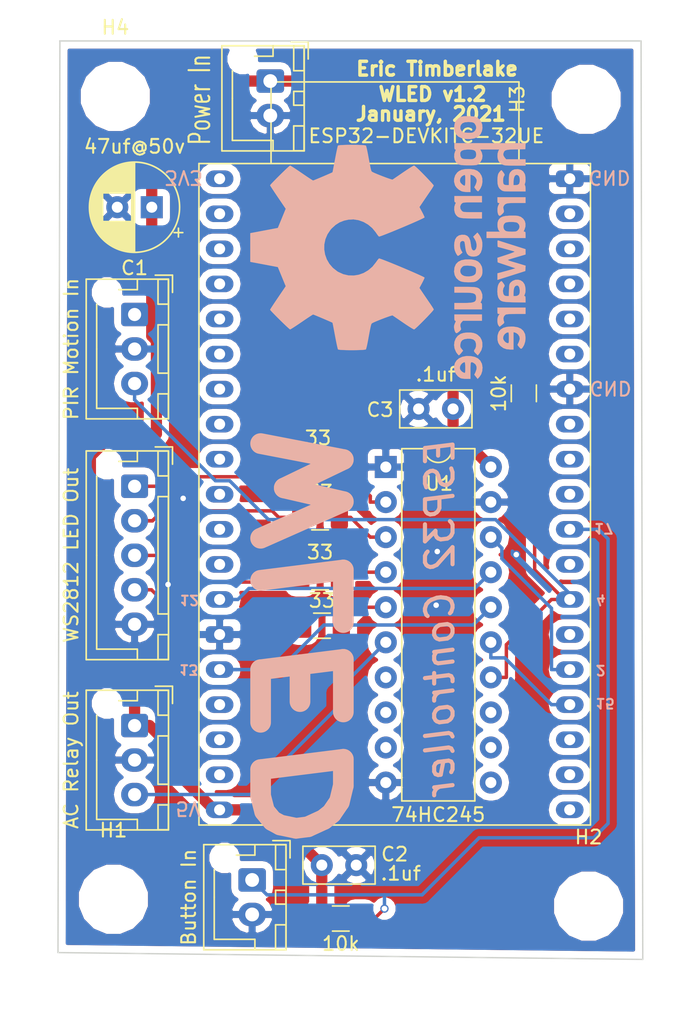
<source format=kicad_pcb>
(kicad_pcb (version 20171130) (host pcbnew "(5.0.2-5)-5")
  (title_block (date "sam. 04 avril 2015"))
  (layers (0 F.Cu signal) (31 B.Cu signal) (34 B.Paste user) (35 F.Paste user) (36 B.SilkS user) (37 F.SilkS user) (38 B.Mask user) (39 F.Mask user) (44 Edge.Cuts user))
  (net 0 "")
  (net 1 GND)
  (net 2 +5V)
  (net 3 /GPIO2b)
  (net 4 /GPIO12b)
  (net 5 /GPIO13b)
  (net 6 /GPIO15b)
  (net 7 "Net-(U1-Pad11)")
  (net 8 "Net-(U1-Pad12)")
  (net 9 "Net-(U1-Pad13)")
  (net 10 /GPIO15)
  (net 11 /GPIO13)
  (net 12 "Net-(U1-Pad7)")
  (net 13 /GPIO12)
  (net 14 "Net-(U1-Pad8)")
  (net 15 /GPIO2)
  (net 16 "Net-(U1-Pad9)")
  (net 17 /GPIO4)
  (net 18 /GPIO4b)
  (net 19 "Net-(U2-Pad1)")
  (net 20 "Net-(U2-Pad2)")
  (net 21 "Net-(U2-Pad3)")
  (net 22 "Net-(U2-Pad4)")
  (net 23 "Net-(U2-Pad5)")
  (net 24 "Net-(U2-Pad6)")
  (net 25 "Net-(U2-Pad7)")
  (net 26 "Net-(U2-Pad8)")
  (net 27 "Net-(U2-Pad9)")
  (net 28 "Net-(U2-Pad10)")
  (net 29 "Net-(U2-Pad11)")
  (net 30 "Net-(U2-Pad12)")
  (net 31 "Net-(U2-Pad16)")
  (net 32 "Net-(U2-Pad17)")
  (net 33 "Net-(U2-Pad18)")
  (net 34 "Net-(U2-Pad20)")
  (net 35 "Net-(U2-Pad21)")
  (net 36 "Net-(U2-Pad22)")
  (net 37 "Net-(U2-Pad25)")
  (net 38 "Net-(U2-Pad29)")
  (net 39 "Net-(U2-Pad30)")
  (net 40 "Net-(U2-Pad31)")
  (net 41 "Net-(U2-Pad33)")
  (net 42 "Net-(U2-Pad34)")
  (net 43 "Net-(U2-Pad35)")
  (net 44 "Net-(U2-Pad36)")
  (net 45 "Net-(U2-Pad37)")
  (net 46 "Net-(J4-Pad1)")
  (net 47 "Net-(J4-Pad2)")
  (net 48 "Net-(J4-Pad3)")
  (net 49 "Net-(J4-Pad4)")
  (net 50 /GPIO17)
  (net 51 "Net-(U2-Pad27)")
  (module Connector_JST:JST_XH_B02B-XH-AM_1x02_P2.50mm_Vertical (layer F.Cu) (at 158.054 120.134 270)
    (fp_text reference J6 hide)
    (fp_text value "Button In" (at 1.25 4.6 270) (layer F.SilkS))
    (pad 1 thru_hole roundrect (at 0 0 270) (size 1.7 2) (drill 1) (layers *.Cu *.Mask) (roundrect_rratio 0.147059) (net 50 /GPIO17))
    (pad 2 thru_hole oval (at 2.5 0 270) (size 1.7 2) (drill 1) (layers *.Cu *.Mask) (net 1 GND))
    (pad "" np_thru_hole circle (at -1.6 2 270) (size 1.2 1.2) (drill 1.2) (layers *.Cu *.Mask))
  )
  (module Resistor_SMD:R_1206_3216Metric (layer F.Cu) (at 164.485 122.928)
    (fp_text reference R6 hide)
    (fp_text value 10k (at 0 1.82) (layer F.SilkS))
    (pad 2 smd roundrect (at 1.4 0) (size 1.25 1.75) (layers F.Cu F.Paste F.Mask) (roundrect_rratio 0.2) (net 50 /GPIO17))
    (pad 1 smd roundrect (at -1.4 0) (size 1.25 1.75) (layers F.Cu F.Paste F.Mask) (roundrect_rratio 0.2) (net 2 +5V))
  )
  (module Capacitor_THT:CP_Radial_D6.3mm_P2.50mm (layer F.Cu) (at 150.772 71.3969 180)
    (fp_text reference C1 (at 1.25 -4.4 180) (layer F.SilkS))
    (fp_text value 47uf@50v (at 1.25 4.4 180) (layer F.SilkS))
    (pad 1 thru_hole rect (at 0 0 180) (size 1.6 1.6) (drill 0.8) (layers *.Cu *.Mask) (net 2 +5V))
    (pad 2 thru_hole circle (at 2.5 0 180) (size 1.6 1.6) (drill 0.8) (layers *.Cu *.Mask) (net 1 GND))
  )
  (module Connector_JST:JST_XH_B03B-XH-AM_1x03_P2.50mm_Vertical (layer F.Cu) (at 149.527 108.948 270)
    (fp_text reference J3 hide)
    (fp_text value "AC Relay Out" (at 2.5 4.6 270) (layer F.SilkS))
    (pad 1 thru_hole roundrect (at 0 0 270) (size 1.7 1.95) (drill 0.95) (layers *.Cu *.Mask) (roundrect_rratio 0.147059) (net 2 +5V))
    (pad 2 thru_hole oval (at 2.5 0 270) (size 1.7 1.95) (drill 0.95) (layers *.Cu *.Mask) (net 1 GND))
    (pad 3 thru_hole oval (at 5 0 270) (size 1.7 1.95) (drill 0.95) (layers *.Cu *.Mask) (net 18 /GPIO4b))
    (pad "" np_thru_hole circle (at -1.6 2 270) (size 1.2 1.2) (drill 1.2) (layers *.Cu *.Mask))
  )
  (module Connector_JST:JST_XH_B05B-XH-AM_1x05_P2.50mm_Vertical (layer F.Cu) (at 149.527 91.6127 270)
    (fp_text reference J4 hide)
    (fp_text value "WS2812 LED Out" (at 5 4.6 270) (layer F.SilkS))
    (pad 1 thru_hole roundrect (at 0 0 270) (size 1.7 1.95) (drill 0.95) (layers *.Cu *.Mask) (roundrect_rratio 0.147059) (net 46 "Net-(J4-Pad1)"))
    (pad 2 thru_hole oval (at 2.5 0 270) (size 1.7 1.95) (drill 0.95) (layers *.Cu *.Mask) (net 47 "Net-(J4-Pad2)"))
    (pad 3 thru_hole oval (at 5 0 270) (size 1.7 1.95) (drill 0.95) (layers *.Cu *.Mask) (net 48 "Net-(J4-Pad3)"))
    (pad 4 thru_hole oval (at 7.5 0 270) (size 1.7 1.95) (drill 0.95) (layers *.Cu *.Mask) (net 49 "Net-(J4-Pad4)"))
    (pad 5 thru_hole oval (at 10 0 270) (size 1.7 1.95) (drill 0.95) (layers *.Cu *.Mask) (net 1 GND))
    (pad "" np_thru_hole circle (at -1.6 2 270) (size 1.2 1.2) (drill 1.2) (layers *.Cu *.Mask))
  )
  (module Capacitor_THT:C_Disc_D5.0mm_W2.5mm_P2.50mm (layer F.Cu) (at 163.106 119.06)
    (fp_text reference C2 (at 5.2833 -0.78998) (layer F.SilkS))
    (fp_text value .1uf (at 5.73288 0.5994) (layer F.SilkS))
    (pad 1 thru_hole circle (at 0 0) (size 1.6 1.6) (drill 0.8) (layers *.Cu *.Mask) (net 2 +5V))
    (pad 2 thru_hole circle (at 2.5 0) (size 1.6 1.6) (drill 0.8) (layers *.Cu *.Mask) (net 1 GND))
  )
  (module Espressif:ESP32-DevKitC (layer F.Cu) (at 155.691 69.3309)
    (fp_text reference ESP32-DEVKITC-32UE (at 15 -3.09728) (layer F.SilkS))
    (fp_text value ESP32-DevKitC hide)
    (fp_text user 15 (at 28.74094 38.00188 180 unlocked) (layer B.SilkS) (effects (font (size 0.7 0.7)) (justify right mirror)))
    (fp_text user 17 (at 28.6368 25.32982 180 unlocked) (layer B.SilkS) (effects (font (size 0.7 0.7)) (justify right mirror)))
    (fp_text user GND (at 29.98808 15.16982 180 unlocked) (layer B.SilkS) (effects (justify right mirror)))
    (fp_text user 4 (at 28.078 30.49618 180 unlocked) (layer B.SilkS) (effects (font (size 0.7 0.7)) (justify right mirror)))
    (fp_text user 3V3 (at -4.07586 -0.0905 180 unlocked) (layer B.SilkS) (effects (justify left mirror)))
    (fp_text user 2 (at 28.078 35.60412 180 unlocked) (layer B.SilkS) (effects (font (size 0.7 0.7)) (justify right mirror)))
    (fp_text user 13 (at -2.98874 35.56348 180 unlocked) (layer B.SilkS) (effects (font (size 0.7 0.7)) (justify left mirror)))
    (fp_text user 12 (at -2.9481 30.52412 180 unlocked) (layer B.SilkS) (effects (font (size 0.7 0.7)) (justify left mirror)))
    (fp_text user 5V (at -3.28846 45.62696 180 unlocked) (layer B.SilkS) (effects (justify left mirror)))
    (fp_text user GND (at 29.9068 -0.09304 180 unlocked) (layer B.SilkS) (effects (justify right mirror)))
    (pad 1 thru_hole oval (at 0.00368 0.00272 270) (size 1.2 2) (drill 0.8) (layers *.Cu *.Mask) (net 19 "Net-(U2-Pad1)"))
    (pad 2 thru_hole oval (at 0.00368 2.54272 270) (size 1.2 2) (drill 0.8) (layers *.Cu *.Mask) (net 20 "Net-(U2-Pad2)"))
    (pad 3 thru_hole oval (at 0.00368 5.08272 270) (size 1.2 2) (drill 0.8) (layers *.Cu *.Mask) (net 21 "Net-(U2-Pad3)"))
    (pad 4 thru_hole oval (at 0.00368 7.62272 270) (size 1.2 2) (drill 0.8) (layers *.Cu *.Mask) (net 22 "Net-(U2-Pad4)"))
    (pad 5 thru_hole oval (at 0.00368 10.16272 270) (size 1.2 2) (drill 0.8) (layers *.Cu *.Mask) (net 23 "Net-(U2-Pad5)"))
    (pad 6 thru_hole oval (at 0.00368 12.70272 270) (size 1.2 2) (drill 0.8) (layers *.Cu *.Mask) (net 24 "Net-(U2-Pad6)"))
    (pad 7 thru_hole oval (at 0.00368 15.24272 270) (size 1.2 2) (drill 0.8) (layers *.Cu *.Mask) (net 25 "Net-(U2-Pad7)"))
    (pad 8 thru_hole oval (at 0.00368 17.78272 270) (size 1.2 2) (drill 0.8) (layers *.Cu *.Mask) (net 26 "Net-(U2-Pad8)"))
    (pad 9 thru_hole oval (at 0.00368 20.32272 270) (size 1.2 2) (drill 0.8) (layers *.Cu *.Mask) (net 27 "Net-(U2-Pad9)"))
    (pad 10 thru_hole oval (at 0.00368 22.86272 270) (size 1.2 2) (drill 0.8) (layers *.Cu *.Mask) (net 28 "Net-(U2-Pad10)"))
    (pad 11 thru_hole oval (at 0.00368 25.40272 270) (size 1.2 2) (drill 0.8) (layers *.Cu *.Mask) (net 29 "Net-(U2-Pad11)"))
    (pad 12 thru_hole oval (at 0.00368 27.94272 270) (size 1.2 2) (drill 0.8) (layers *.Cu *.Mask) (net 30 "Net-(U2-Pad12)"))
    (pad 13 thru_hole oval (at 0.00368 30.48272 270) (size 1.2 2) (drill 0.8) (layers *.Cu *.Mask) (net 13 /GPIO12))
    (pad 14 thru_hole roundrect (at 0.00368 33.02272 270) (size 1.2 2) (drill 0.8) (layers *.Cu *.Mask) (net 1 GND))
    (pad 15 thru_hole oval (at 0.00368 35.56272 270) (size 1.2 2) (drill 0.8) (layers *.Cu *.Mask) (net 11 /GPIO13))
    (pad 16 thru_hole oval (at 0.00368 38.10272 270) (size 1.2 2) (drill 0.8) (layers *.Cu *.Mask) (net 31 "Net-(U2-Pad16)"))
    (pad 17 thru_hole oval (at 0.00368 40.64272 270) (size 1.2 2) (drill 0.8) (layers *.Cu *.Mask) (net 32 "Net-(U2-Pad17)"))
    (pad 18 thru_hole oval (at 0.00368 43.18272 270) (size 1.2 2) (drill 0.8) (layers *.Cu *.Mask) (net 33 "Net-(U2-Pad18)"))
    (pad 19 thru_hole oval (at 0.00368 45.72272 270) (size 1.2 2) (drill 0.8) (layers *.Cu *.Mask) (net 2 +5V))
    (pad 20 thru_hole oval (at 25.4 45.72 270) (size 1.2 2) (drill 0.8) (layers *.Cu *.Mask) (net 34 "Net-(U2-Pad20)"))
    (pad 21 thru_hole oval (at 25.4 43.18 270) (size 1.2 2) (drill 0.8) (layers *.Cu *.Mask) (net 35 "Net-(U2-Pad21)"))
    (pad 22 thru_hole oval (at 25.40368 40.64272 270) (size 1.2 2) (drill 0.8) (layers *.Cu *.Mask) (net 36 "Net-(U2-Pad22)"))
    (pad 23 thru_hole oval (at 25.40368 38.10272 270) (size 1.2 2) (drill 0.8) (layers *.Cu *.Mask) (net 10 /GPIO15))
    (pad 24 thru_hole oval (at 25.40368 35.56272 270) (size 1.2 2) (drill 0.8) (layers *.Cu *.Mask) (net 15 /GPIO2))
    (pad 25 thru_hole oval (at 25.40368 33.02272 270) (size 1.2 2) (drill 0.8) (layers *.Cu *.Mask) (net 37 "Net-(U2-Pad25)"))
    (pad 26 thru_hole oval (at 25.40368 30.48272 270) (size 1.2 2) (drill 0.8) (layers *.Cu *.Mask) (net 17 /GPIO4))
    (pad 27 thru_hole oval (at 25.40368 27.94272 270) (size 1.2 2) (drill 0.8) (layers *.Cu *.Mask) (net 51 "Net-(U2-Pad27)"))
    (pad 28 thru_hole oval (at 25.40368 25.40272 270) (size 1.2 2) (drill 0.8) (layers *.Cu *.Mask) (net 50 /GPIO17))
    (pad 29 thru_hole oval (at 25.40368 22.86272 270) (size 1.2 2) (drill 0.8) (layers *.Cu *.Mask) (net 38 "Net-(U2-Pad29)"))
    (pad 30 thru_hole oval (at 25.40368 20.32272 270) (size 1.2 2) (drill 0.8) (layers *.Cu *.Mask) (net 39 "Net-(U2-Pad30)"))
    (pad 31 thru_hole oval (at 25.40368 17.78272 270) (size 1.2 2) (drill 0.8) (layers *.Cu *.Mask) (net 40 "Net-(U2-Pad31)"))
    (pad 32 thru_hole oval (at 25.40368 15.24272 270) (size 1.2 2) (drill 0.8) (layers *.Cu *.Mask) (net 1 GND))
    (pad 33 thru_hole oval (at 25.40368 12.70272 270) (size 1.2 2) (drill 0.8) (layers *.Cu *.Mask) (net 41 "Net-(U2-Pad33)"))
    (pad 34 thru_hole oval (at 25.40368 10.16272 270) (size 1.2 2) (drill 0.8) (layers *.Cu *.Mask) (net 42 "Net-(U2-Pad34)"))
    (pad 35 thru_hole oval (at 25.40368 7.62272 270) (size 1.2 2) (drill 0.8) (layers *.Cu *.Mask) (net 43 "Net-(U2-Pad35)"))
    (pad 36 thru_hole oval (at 25.40368 5.08272 270) (size 1.2 2) (drill 0.8) (layers *.Cu *.Mask) (net 44 "Net-(U2-Pad36)"))
    (pad 37 thru_hole oval (at 25.40368 2.54272 270) (size 1.2 2) (drill 0.8) (layers *.Cu *.Mask) (net 45 "Net-(U2-Pad37)"))
    (pad 38 thru_hole roundrect (at 25.40368 0.00272 270) (size 1.2 2) (drill 0.8) (layers *.Cu *.Mask) (net 1 GND))
  )
  (module Resistor_SMD:R_1206_3216Metric (layer F.Cu) (at 177.7619 84.87918 270)
    (fp_text reference R5 hide)
    (fp_text value 10k (at 0 1.82 270) (layer F.SilkS))
    (pad 2 smd roundrect (at 1.4 0 270) (size 1.25 1.75) (layers F.Cu F.Paste F.Mask) (roundrect_rratio 0.2) (net 17 /GPIO4))
    (pad 1 smd roundrect (at -1.4 0 270) (size 1.25 1.75) (layers F.Cu F.Paste F.Mask) (roundrect_rratio 0.2) (net 2 +5V))
  )
  (module Capacitor_THT:C_Disc_D5.0mm_W2.5mm_P2.50mm (layer F.Cu) (at 172.629 86.0095 180)
    (fp_text reference C3 (at 5.29634 -0.06094 180) (layer F.SilkS))
    (fp_text value .1uf (at 1.25 2.5 180) (layer F.SilkS))
    (pad 2 thru_hole circle (at 2.5 0 180) (size 1.6 1.6) (drill 0.8) (layers *.Cu *.Mask) (net 1 GND))
    (pad 1 thru_hole circle (at 0 0 180) (size 1.6 1.6) (drill 0.8) (layers *.Cu *.Mask) (net 2 +5V))
  )
  (module MountingHole:MountingHole_4mm (layer F.Cu) (at 147.991 121.531)
    (fp_text reference H1 (at 0 -5) (layer F.SilkS))
    (fp_text value MountingHole hide)
    (pad 1 np_thru_hole circle (at 0 0) (size 4 4) (drill 4) (layers *.Cu *.Mask))
  )
  (module MountingHole:MountingHole_4mm (layer F.Cu) (at 182.458 122.029)
    (fp_text reference H2 (at 0 -5) (layer F.SilkS))
    (fp_text value MountingHole hide)
    (pad 1 np_thru_hole circle (at 0 0) (size 4 4) (drill 4) (layers *.Cu *.Mask))
  )
  (module MountingHole:MountingHole_4mm (layer F.Cu) (at 182.283 63.5787 90)
    (fp_text reference H3 (at 0 -5 90) (layer F.SilkS))
    (fp_text value MountingHole hide)
    (pad 1 np_thru_hole circle (at 0 0 90) (size 4 4) (drill 4) (layers *.Cu *.Mask))
  )
  (module MountingHole:MountingHole_4mm (layer F.Cu) (at 148.13 63.3705)
    (fp_text reference H4 (at 0 -5) (layer F.SilkS))
    (fp_text value MountingHole hide)
    (pad 1 np_thru_hole circle (at 0 0) (size 4 4) (drill 4) (layers *.Cu *.Mask))
  )
  (module Connector_JST:JST_XH_B02B-XH-AM_1x02_P2.50mm_Vertical (layer F.Cu) (at 159.37 62.2579 270)
    (fp_text reference J1 hide)
    (fp_text value "Power In" (at 1.35132 5.1158 270) (layer F.SilkS) (effects (font (size 1.5 1))))
    (pad 1 thru_hole roundrect (at 0 0 270) (size 1.7 2) (drill 1) (layers *.Cu *.Mask) (roundrect_rratio 0.147059) (net 2 +5V))
    (pad 2 thru_hole oval (at 2.5 0 270) (size 1.7 2) (drill 1) (layers *.Cu *.Mask) (net 1 GND))
    (pad "" np_thru_hole circle (at -1.6 2 270) (size 1.2 1.2) (drill 1.2) (layers *.Cu *.Mask))
  )
  (module Connector_JST:JST_XH_B03B-XH-AM_1x03_P2.50mm_Vertical (layer F.Cu) (at 149.527 79.1693 270)
    (fp_text reference J2 hide)
    (fp_text value "PIR Motion In" (at 2.5 4.6 270) (layer F.SilkS))
    (pad 1 thru_hole roundrect (at 0 0 270) (size 1.7 1.95) (drill 0.95) (layers *.Cu *.Mask) (roundrect_rratio 0.147059) (net 2 +5V))
    (pad 2 thru_hole oval (at 2.5 0 270) (size 1.7 1.95) (drill 0.95) (layers *.Cu *.Mask) (net 1 GND))
    (pad 3 thru_hole oval (at 5 0 270) (size 1.7 1.95) (drill 0.95) (layers *.Cu *.Mask) (net 17 /GPIO4))
    (pad "" np_thru_hole circle (at -1.6 2 270) (size 1.2 1.2) (drill 1.2) (layers *.Cu *.Mask))
  )
  (module Resistor_SMD:R_1206_3216Metric (layer F.Cu) (at 162.837 89.9363 180)
    (fp_text reference R1 hide)
    (fp_text value 33 (at 0 1.82 180) (layer F.SilkS))
    (pad 2 smd roundrect (at 1.4 0 180) (size 1.25 1.75) (layers F.Cu F.Paste F.Mask) (roundrect_rratio 0.2) (net 46 "Net-(J4-Pad1)"))
    (pad 1 smd roundrect (at -1.4 0 180) (size 1.25 1.75) (layers F.Cu F.Paste F.Mask) (roundrect_rratio 0.2) (net 3 /GPIO2b))
  )
  (module Resistor_SMD:R_1206_3216Metric (layer F.Cu) (at 162.982 93.8632 180)
    (fp_text reference R2 hide)
    (fp_text value 33 (at 0 1.82 180) (layer F.SilkS))
    (pad 1 smd roundrect (at -1.4 0 180) (size 1.25 1.75) (layers F.Cu F.Paste F.Mask) (roundrect_rratio 0.2) (net 4 /GPIO12b))
    (pad 2 smd roundrect (at 1.4 0 180) (size 1.25 1.75) (layers F.Cu F.Paste F.Mask) (roundrect_rratio 0.2) (net 47 "Net-(J4-Pad2)"))
  )
  (module Resistor_SMD:R_1206_3216Metric (layer F.Cu) (at 162.984 98.2091 180)
    (fp_text reference R3 hide)
    (fp_text value 33 (at 0 1.82 180) (layer F.SilkS))
    (pad 2 smd roundrect (at 1.4 0 180) (size 1.25 1.75) (layers F.Cu F.Paste F.Mask) (roundrect_rratio 0.2) (net 48 "Net-(J4-Pad3)"))
    (pad 1 smd roundrect (at -1.4 0 180) (size 1.25 1.75) (layers F.Cu F.Paste F.Mask) (roundrect_rratio 0.2) (net 5 /GPIO13b))
  )
  (module Resistor_SMD:R_1206_3216Metric (layer F.Cu) (at 163.121 101.714 180)
    (fp_text reference R4 hide)
    (fp_text value 33 (at 0 1.82 180) (layer F.SilkS))
    (pad 1 smd roundrect (at -1.4 0 180) (size 1.25 1.75) (layers F.Cu F.Paste F.Mask) (roundrect_rratio 0.2) (net 6 /GPIO15b))
    (pad 2 smd roundrect (at 1.4 0 180) (size 1.25 1.75) (layers F.Cu F.Paste F.Mask) (roundrect_rratio 0.2) (net 49 "Net-(J4-Pad4)"))
  )
  (module Package_DIP:DIP-20_W7.62mm (layer F.Cu) (at 167.749 90.2183)
    (fp_text reference U1 (at 3.87372 1.1963) (layer F.SilkS))
    (fp_text value 74HC245 (at 3.81 25.19) (layer F.SilkS))
    (pad 1 thru_hole rect (at 0 0) (size 1.6 1.6) (drill 0.8) (layers *.Cu *.Mask) (net 1 GND))
    (pad 11 thru_hole oval (at 7.62 22.86) (size 1.6 1.6) (drill 0.8) (layers *.Cu *.Mask) (net 7 "Net-(U1-Pad11)"))
    (pad 2 thru_hole oval (at 0 2.54) (size 1.6 1.6) (drill 0.8) (layers *.Cu *.Mask) (net 3 /GPIO2b))
    (pad 12 thru_hole oval (at 7.62 20.32) (size 1.6 1.6) (drill 0.8) (layers *.Cu *.Mask) (net 8 "Net-(U1-Pad12)"))
    (pad 3 thru_hole oval (at 0 5.08) (size 1.6 1.6) (drill 0.8) (layers *.Cu *.Mask) (net 4 /GPIO12b))
    (pad 13 thru_hole oval (at 7.62 17.78) (size 1.6 1.6) (drill 0.8) (layers *.Cu *.Mask) (net 9 "Net-(U1-Pad13)"))
    (pad 4 thru_hole oval (at 0 7.62) (size 1.6 1.6) (drill 0.8) (layers *.Cu *.Mask) (net 5 /GPIO13b))
    (pad 14 thru_hole oval (at 7.62 15.24) (size 1.6 1.6) (drill 0.8) (layers *.Cu *.Mask) (net 17 /GPIO4))
    (pad 5 thru_hole oval (at 0 10.16) (size 1.6 1.6) (drill 0.8) (layers *.Cu *.Mask) (net 6 /GPIO15b))
    (pad 15 thru_hole oval (at 7.62 12.7) (size 1.6 1.6) (drill 0.8) (layers *.Cu *.Mask) (net 10 /GPIO15))
    (pad 6 thru_hole oval (at 0 12.7) (size 1.6 1.6) (drill 0.8) (layers *.Cu *.Mask) (net 18 /GPIO4b))
    (pad 16 thru_hole oval (at 7.62 10.16) (size 1.6 1.6) (drill 0.8) (layers *.Cu *.Mask) (net 11 /GPIO13))
    (pad 7 thru_hole oval (at 0 15.24) (size 1.6 1.6) (drill 0.8) (layers *.Cu *.Mask) (net 12 "Net-(U1-Pad7)"))
    (pad 17 thru_hole oval (at 7.62 7.62) (size 1.6 1.6) (drill 0.8) (layers *.Cu *.Mask) (net 13 /GPIO12))
    (pad 8 thru_hole oval (at 0 17.78) (size 1.6 1.6) (drill 0.8) (layers *.Cu *.Mask) (net 14 "Net-(U1-Pad8)"))
    (pad 18 thru_hole oval (at 7.62 5.08) (size 1.6 1.6) (drill 0.8) (layers *.Cu *.Mask) (net 15 /GPIO2))
    (pad 9 thru_hole oval (at 0 20.32) (size 1.6 1.6) (drill 0.8) (layers *.Cu *.Mask) (net 16 "Net-(U1-Pad9)"))
    (pad 19 thru_hole oval (at 7.62 2.54) (size 1.6 1.6) (drill 0.8) (layers *.Cu *.Mask) (net 1 GND))
    (pad 10 thru_hole oval (at 0 22.86) (size 1.6 1.6) (drill 0.8) (layers *.Cu *.Mask) (net 1 GND))
    (pad 20 thru_hole oval (at 7.62 0) (size 1.6 1.6) (drill 0.8) (layers *.Cu *.Mask) (net 2 +5V))
  )
  (module Symbol:OSHW-Logo_19x20mm_SilkScreen (layer B.Cu) (at 167.894 74.295 270)
    (fp_text reference REF** hide)
    (fp_text value OSHW-Logo_19x20mm_SilkScreen hide)
  )
  (gr_text WLED (at 161.97072 102.09276 90) (layer B.SilkS) (effects (font (size 6 8) (thickness 1.5) italic) (justify mirror)))
  (gr_text "ESP32 Controller" (at 171.68114 101.08184 90) (layer B.SilkS) (effects (font (size 2 2) (thickness 0.3) italic) (justify mirror)))
  (gr_text "January, 2021" (at 171.01566 64.64554) (layer F.SilkS) (effects (font (size 1 1) (thickness 0.25))))
  (gr_text "WLED v1.2" (at 171.14266 63.21044) (layer F.SilkS) (effects (font (size 1 1) (thickness 0.25))))
  (gr_text "Eric Timberlake" (at 171.47032 61.37402) (layer F.SilkS) (effects (font (size 1 1) (thickness 0.25))))
  (gr_line (start 143.96974 125.39472) (end 144.10944 59.33948) (layer Edge.Cuts) (width 0.1))
  (gr_line (start 186.39028 125.89002) (end 143.96974 125.39472) (layer Edge.Cuts) (width 0.1))
  (gr_line (start 186.26582 59.35218) (end 186.39028 125.89002) (layer Edge.Cuts) (width 0.1))
  (gr_line (start 144.0942 59.35218) (end 186.26582 59.35218) (layer Edge.Cuts) (width 0.1))
  (via (at 151.95296 98.7298) (size 0.6) (drill 0.4) (layers F.Cu B.Cu) (net 1))
  (via (at 153.05024 92.48902) (size 0.6) (drill 0.4) (layers F.Cu B.Cu) (net 1))
  (via (at 171.48302 96.33966) (size 0.6) (drill 0.4) (layers F.Cu B.Cu) (net 1))
  (via (at 171.40174 100.2284) (size 0.6) (drill 0.4) (layers F.Cu B.Cu) (net 1))
  (via (at 177.21326 96.56318) (size 0.6) (drill 0.4) (layers F.Cu B.Cu) (net 1))
  (segment (start 150.8718 80.5141) (end 150.8718 88.0529) (width 0.25) (layer F.Cu) (net 2))
  (segment (start 148.2141 105.3439) (end 149.527 106.6568) (width 0.25) (layer F.Cu) (net 2))
  (segment (start 149.527 106.6568) (end 149.527 108.948) (width 0.25) (layer F.Cu) (net 2))
  (segment (start 155.6947 115.0536) (end 159.0996 115.0536) (width 0.25) (layer F.Cu) (net 2))
  (segment (start 159.0996 115.0536) (end 163.106 119.06) (width 0.25) (layer F.Cu) (net 2))
  (segment (start 172.629 86.353) (end 172.629 86.0095) (width 0.25) (layer B.Cu) (net 2))
  (segment (start 159.37 62.2579) (end 157.1346 62.2579) (width 0.8128) (layer F.Cu) (net 2))
  (segment (start 150.772 68.6205) (end 150.772 71.3969) (width 0.8128) (layer F.Cu) (net 2))
  (segment (start 157.1346 62.2579) (end 150.772 68.6205) (width 0.8128) (layer F.Cu) (net 2))
  (segment (start 150.772 71.3969) (end 150.772 79.07782) (width 0.8128) (layer F.Cu) (net 2))
  (segment (start 150.772 80.729626) (end 151.10841 81.066036) (width 0.8128) (layer F.Cu) (net 2))
  (segment (start 151.10841 81.066036) (end 151.10841 87.81629) (width 0.8128) (layer F.Cu) (net 2))
  (segment (start 146.320599 89.433627) (end 146.320599 103.684159) (width 0.8128) (layer F.Cu) (net 2))
  (segment (start 147.937936 87.81629) (end 146.320599 89.433627) (width 0.8128) (layer F.Cu) (net 2))
  (segment (start 151.10841 87.81629) (end 147.937936 87.81629) (width 0.8128) (layer F.Cu) (net 2))
  (segment (start 149.527 106.89056) (end 149.527 108.948) (width 0.8128) (layer F.Cu) (net 2))
  (segment (start 146.320599 103.684159) (end 149.527 106.89056) (width 0.8128) (layer F.Cu) (net 2))
  (segment (start 150.602 108.948) (end 152.0424 110.3884) (width 0.8128) (layer F.Cu) (net 2))
  (segment (start 149.527 108.948) (end 150.602 108.948) (width 0.8128) (layer F.Cu) (net 2))
  (segment (start 155.29468 115.05362) (end 155.69468 115.05362) (width 0.8128) (layer F.Cu) (net 2))
  (segment (start 152.0424 111.80134) (end 155.29468 115.05362) (width 0.8128) (layer F.Cu) (net 2))
  (segment (start 152.0424 110.3884) (end 152.0424 111.80134) (width 0.8128) (layer F.Cu) (net 2))
  (segment (start 159.09962 115.05362) (end 163.106 119.06) (width 0.8128) (layer F.Cu) (net 2))
  (segment (start 155.69468 115.05362) (end 159.09962 115.05362) (width 0.8128) (layer F.Cu) (net 2))
  (segment (start 163.106 122.907) (end 163.085 122.928) (width 0.8128) (layer F.Cu) (net 2))
  (segment (start 163.106 119.06) (end 163.106 122.907) (width 0.8128) (layer F.Cu) (net 2))
  (segment (start 172.629 83.044) (end 174.012 81.661) (width 0.8128) (layer F.Cu) (net 2))
  (segment (start 172.629 86.0095) (end 172.629 83.044) (width 0.8128) (layer F.Cu) (net 2))
  (segment (start 164.52084 62.2579) (end 159.37 62.2579) (width 0.8128) (layer F.Cu) (net 2))
  (segment (start 166.49954 73.17354) (end 166.49954 64.2366) (width 0.8128) (layer F.Cu) (net 2))
  (segment (start 166.49954 64.2366) (end 164.52084 62.2579) (width 0.8128) (layer F.Cu) (net 2))
  (segment (start 174.012 80.686) (end 166.49954 73.17354) (width 0.8128) (layer F.Cu) (net 2))
  (segment (start 172.629 87.4783) (end 175.369 90.2183) (width 0.8128) (layer F.Cu) (net 2))
  (segment (start 172.629 86.0095) (end 172.629 87.4783) (width 0.8128) (layer F.Cu) (net 2))
  (segment (start 150.68052 79.1693) (end 150.772 79.07782) (width 0.8128) (layer F.Cu) (net 2))
  (segment (start 149.527 79.1693) (end 150.68052 79.1693) (width 0.8128) (layer F.Cu) (net 2))
  (segment (start 150.772 79.07782) (end 150.772 80.729626) (width 0.8128) (layer F.Cu) (net 2))
  (segment (start 174.3642 81.05648) (end 174.012 81.05648) (width 0.8128) (layer F.Cu) (net 2))
  (segment (start 176.7869 83.47918) (end 174.3642 81.05648) (width 0.8128) (layer F.Cu) (net 2))
  (segment (start 177.7619 83.47918) (end 176.7869 83.47918) (width 0.8128) (layer F.Cu) (net 2))
  (segment (start 174.012 81.05648) (end 174.012 80.686) (width 0.8128) (layer F.Cu) (net 2))
  (segment (start 174.012 81.661) (end 174.012 81.05648) (width 0.8128) (layer F.Cu) (net 2))
  (segment (start 167.749 92.7583) (end 166.6237 92.7583) (width 0.25) (layer F.Cu) (net 3))
  (segment (start 166.6237 92.7583) (end 166.6237 92.323) (width 0.25) (layer F.Cu) (net 3))
  (segment (start 166.6237 92.323) (end 164.237 89.9363) (width 0.25) (layer F.Cu) (net 3))
  (segment (start 167.749 95.2983) (end 166.6237 95.2983) (width 0.25) (layer F.Cu) (net 4))
  (segment (start 166.6237 95.2983) (end 165.1886 93.8632) (width 0.25) (layer F.Cu) (net 4))
  (segment (start 165.1886 93.8632) (end 164.382 93.8632) (width 0.25) (layer F.Cu) (net 4))
  (segment (start 167.749 97.8383) (end 164.7548 97.8383) (width 0.25) (layer F.Cu) (net 5))
  (segment (start 164.7548 97.8383) (end 164.384 98.2091) (width 0.25) (layer F.Cu) (net 5))
  (segment (start 167.749 100.3783) (end 165.8567 100.3783) (width 0.25) (layer F.Cu) (net 6))
  (segment (start 165.8567 100.3783) (end 164.521 101.714) (width 0.25) (layer F.Cu) (net 6))
  (segment (start 175.369 102.9183) (end 175.369 104.0436) (width 0.25) (layer B.Cu) (net 10))
  (segment (start 181.0947 107.4336) (end 179.7694 107.4336) (width 0.25) (layer B.Cu) (net 10))
  (segment (start 175.369 104.0436) (end 176.3794 104.0436) (width 0.25) (layer B.Cu) (net 10))
  (segment (start 176.3794 104.0436) (end 179.7694 107.4336) (width 0.25) (layer B.Cu) (net 10))
  (segment (start 156.94468 104.89362) (end 156.949 104.8893) (width 0.25) (layer B.Cu) (net 11))
  (segment (start 155.69468 104.89362) (end 156.94468 104.89362) (width 0.25) (layer B.Cu) (net 11))
  (segment (start 160.02838 104.89362) (end 155.69468 104.89362) (width 0.25) (layer B.Cu) (net 11))
  (segment (start 163.2585 101.6635) (end 160.02838 104.89362) (width 0.25) (layer B.Cu) (net 11))
  (segment (start 174.0838 101.6635) (end 163.2585 101.6635) (width 0.25) (layer B.Cu) (net 11))
  (segment (start 175.369 100.3783) (end 174.0838 101.6635) (width 0.25) (layer B.Cu) (net 11))
  (segment (start 174.1921 99.0152) (end 175.369 97.8383) (width 0.25) (layer B.Cu) (net 13))
  (segment (start 157.8184 99.0152) (end 174.1921 99.0152) (width 0.25) (layer B.Cu) (net 13))
  (segment (start 157.02 99.8136) (end 157.8184 99.0152) (width 0.25) (layer B.Cu) (net 13))
  (segment (start 155.6947 99.8136) (end 157.02 99.8136) (width 0.25) (layer B.Cu) (net 13))
  (segment (start 181.0947 104.8936) (end 179.7694 104.8936) (width 0.25) (layer B.Cu) (net 15))
  (segment (start 176.168999 96.098299) (end 176.168999 96.856481) (width 0.25) (layer B.Cu) (net 15))
  (segment (start 175.369 95.2983) (end 176.168999 96.098299) (width 0.25) (layer B.Cu) (net 15))
  (segment (start 179.7694 100.456882) (end 179.7694 100.79482) (width 0.25) (layer B.Cu) (net 15))
  (segment (start 179.7694 100.79482) (end 179.7694 104.8936) (width 0.25) (layer B.Cu) (net 15))
  (segment (start 176.168999 96.856481) (end 179.7694 100.456882) (width 0.25) (layer B.Cu) (net 15))
  (segment (start 179.7694 100.5426) (end 179.7694 100.79482) (width 0.25) (layer B.Cu) (net 15))
  (segment (start 149.527 84.1693) (end 149.527 85.3446) (width 0.25) (layer B.Cu) (net 17))
  (segment (start 149.527 85.3446) (end 155.3945 91.2121) (width 0.25) (layer B.Cu) (net 17))
  (segment (start 155.3945 91.2121) (end 156.4219 91.2121) (width 0.25) (layer B.Cu) (net 17))
  (segment (start 156.4219 91.2121) (end 159.2381 94.0283) (width 0.25) (layer B.Cu) (net 17))
  (segment (start 159.2381 94.0283) (end 175.7191 94.0283) (width 0.25) (layer B.Cu) (net 17))
  (segment (start 175.7191 94.0283) (end 181.0947 99.4039) (width 0.25) (layer B.Cu) (net 17))
  (segment (start 181.0947 99.4039) (end 181.0947 99.8136) (width 0.25) (layer B.Cu) (net 17))
  (segment (start 181.0947 99.8136) (end 179.7694 99.8136) (width 0.25) (layer F.Cu) (net 17))
  (segment (start 175.369 105.4583) (end 176.4943 105.4583) (width 0.25) (layer F.Cu) (net 17))
  (segment (start 176.4943 105.4583) (end 176.4943 103.0887) (width 0.25) (layer F.Cu) (net 17))
  (segment (start 176.4943 103.0887) (end 179.7694 99.8136) (width 0.25) (layer F.Cu) (net 17))
  (segment (start 177.7619 87.00418) (end 178.54676 87.78904) (width 0.25) (layer F.Cu) (net 17))
  (segment (start 177.7619 86.27918) (end 177.7619 87.00418) (width 0.25) (layer F.Cu) (net 17))
  (segment (start 180.69468 99.81362) (end 181.09468 99.81362) (width 0.25) (layer F.Cu) (net 17))
  (segment (start 178.54676 97.6657) (end 180.69468 99.81362) (width 0.25) (layer F.Cu) (net 17))
  (segment (start 178.54676 87.78904) (end 178.54676 97.6657) (width 0.25) (layer F.Cu) (net 17))
  (segment (start 151.43698 113.948) (end 149.527 113.948) (width 0.25) (layer B.Cu) (net 18))
  (segment (start 164.07384 106.59346) (end 167.749 102.9183) (width 0.25) (layer B.Cu) (net 18))
  (segment (start 164.07384 107.80014) (end 164.07384 106.59346) (width 0.25) (layer B.Cu) (net 18))
  (segment (start 157.92958 113.9444) (end 164.07384 107.80014) (width 0.25) (layer B.Cu) (net 18))
  (segment (start 151.2196 113.9444) (end 157.92958 113.9444) (width 0.25) (layer B.Cu) (net 18))
  (segment (start 160.4497 90.9236) (end 161.437 89.9363) (width 0.25) (layer F.Cu) (net 46))
  (segment (start 153.23132 90.9236) (end 160.4497 90.9236) (width 0.25) (layer F.Cu) (net 46))
  (segment (start 152.54222 91.6127) (end 153.23132 90.9236) (width 0.25) (layer F.Cu) (net 46))
  (segment (start 149.527 91.6127) (end 152.54222 91.6127) (width 0.25) (layer F.Cu) (net 46))
  (segment (start 149.527 94.1127) (end 150.8273 94.1127) (width 0.25) (layer F.Cu) (net 47))
  (segment (start 161.582 93.8632) (end 161.4821 93.7633) (width 0.25) (layer F.Cu) (net 47))
  (segment (start 151.1767 93.7633) (end 150.8273 94.1127) (width 0.25) (layer F.Cu) (net 47))
  (segment (start 150.8138 94.1127) (end 149.527 94.1127) (width 0.25) (layer F.Cu) (net 47))
  (segment (start 151.53324 93.39326) (end 150.8138 94.1127) (width 0.25) (layer F.Cu) (net 47))
  (segment (start 159.97432 93.8632) (end 159.50438 93.39326) (width 0.25) (layer F.Cu) (net 47))
  (segment (start 161.582 93.8632) (end 159.97432 93.8632) (width 0.25) (layer F.Cu) (net 47))
  (segment (start 159.50438 93.39326) (end 151.53324 93.39326) (width 0.25) (layer F.Cu) (net 47))
  (segment (start 149.652 96.6127) (end 149.6609 96.6216) (width 0.25) (layer F.Cu) (net 48))
  (segment (start 149.527 96.6127) (end 149.652 96.6127) (width 0.25) (layer F.Cu) (net 48))
  (segment (start 151.68372 96.6216) (end 153.61412 98.552) (width 0.25) (layer F.Cu) (net 48))
  (segment (start 149.6609 96.6216) (end 151.68372 96.6216) (width 0.25) (layer F.Cu) (net 48))
  (segment (start 160.859 98.2091) (end 160.5161 98.552) (width 0.25) (layer F.Cu) (net 48))
  (segment (start 161.584 98.2091) (end 160.859 98.2091) (width 0.25) (layer F.Cu) (net 48))
  (segment (start 160.5161 98.552) (end 159.45866 98.552) (width 0.25) (layer F.Cu) (net 48))
  (segment (start 159.45866 98.552) (end 161.88436 98.552) (width 0.25) (layer F.Cu) (net 48))
  (segment (start 153.61412 98.552) (end 159.45866 98.552) (width 0.25) (layer F.Cu) (net 48))
  (segment (start 150.752 99.1127) (end 151.86516 100.22586) (width 0.25) (layer F.Cu) (net 49))
  (segment (start 149.527 99.1127) (end 150.752 99.1127) (width 0.25) (layer F.Cu) (net 49))
  (segment (start 151.9428 100.22586) (end 152.81402 101.09708) (width 0.25) (layer F.Cu) (net 49))
  (segment (start 151.86516 100.22586) (end 151.9428 100.22586) (width 0.25) (layer F.Cu) (net 49))
  (segment (start 160.37908 101.09708) (end 152.81402 101.09708) (width 0.25) (layer F.Cu) (net 49))
  (segment (start 160.996 101.714) (end 160.37908 101.09708) (width 0.25) (layer F.Cu) (net 49))
  (segment (start 161.721 101.714) (end 160.996 101.714) (width 0.25) (layer F.Cu) (net 49))
  (segment (start 181.09468 94.73362) (end 183.17896 94.73362) (width 0.25) (layer B.Cu) (net 50))
  (segment (start 183.17896 94.73362) (end 183.87314 95.4278) (width 0.25) (layer B.Cu) (net 50))
  (segment (start 183.87314 95.4278) (end 183.87314 116.03736) (width 0.25) (layer B.Cu) (net 50))
  (segment (start 183.87314 116.03736) (end 182.83174 117.07876) (width 0.25) (layer B.Cu) (net 50))
  (segment (start 182.83174 117.07876) (end 174.51832 117.07876) (width 0.25) (layer B.Cu) (net 50))
  (segment (start 174.51832 117.07876) (end 170.38574 121.21134) (width 0.25) (layer B.Cu) (net 50))
  (segment (start 159.13134 121.21134) (end 158.054 120.134) (width 0.25) (layer B.Cu) (net 50))
  (segment (start 170.38574 121.21134) (end 167.6527 121.21134) (width 0.25) (layer B.Cu) (net 50))
  (segment (start 167.6527 121.21134) (end 167.6527 122.20956) (width 0.25) (layer B.Cu) (net 50))
  (segment (start 167.6527 121.21134) (end 159.13134 121.21134) (width 0.25) (layer B.Cu) (net 50))
  (segment (start 167.6527 122.20956) (end 167.6527 122.211939) (width 0.25) (layer B.Cu) (net 50))
  (via (at 167.6527 122.20956) (size 0.6) (drill 0.4) (layers F.Cu B.Cu) (net 50))
  (segment (start 166.93426 122.928) (end 167.6527 122.20956) (width 0.25) (layer F.Cu) (net 50))
  (segment (start 165.885 122.928) (end 166.93426 122.928) (width 0.25) (layer F.Cu) (net 50))
  (zone (net 1) (net_name GND) (layer B.Cu) (connect_pads (clearance 0.508)) (min_thickness 0.254) (fill yes (arc_segments 16) (thermal_gap 0.508) (thermal_bridge_width 0.508))
    (polygon (pts (xy 141.74216 57.69102) (xy 188.36894 57.88406) (xy 189.11062 130.60172) (xy 141.49578 129.4892)))
  )
  (zone (net 1) (net_name GND) (layer F.Cu) (connect_pads (clearance 0.508)) (min_thickness 0.254) (fill yes (arc_segments 16) (thermal_gap 0.508) (thermal_bridge_width 0.508))
    (polygon (pts (xy 140.62964 56.39816) (xy 187.0075 56.38546) (xy 187.62472 129.4765) (xy 139.7635 127.61976)))
  )
)
</source>
